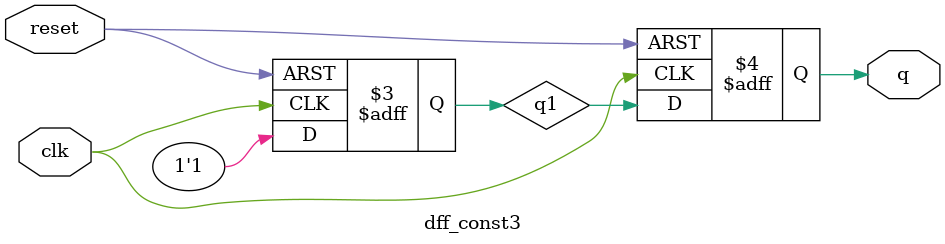
<source format=v>
/* Generated by Yosys 0.47+121 (git sha1 98b4affc4, g++ 13.2.0-23ubuntu4 -fPIC -O3) */

module dff_const3(clk, reset, q);
  input clk;
  wire clk;
  output q;
  reg q;
  reg q1;
  input reset;
  wire reset;
  always @(posedge clk, posedge reset)
    if (reset) q <= 1'h1;
    else q <= q1;
  always @(posedge clk, posedge reset)
    if (reset) q1 <= 1'h0;
    else q1 <= 1'h1;
endmodule

</source>
